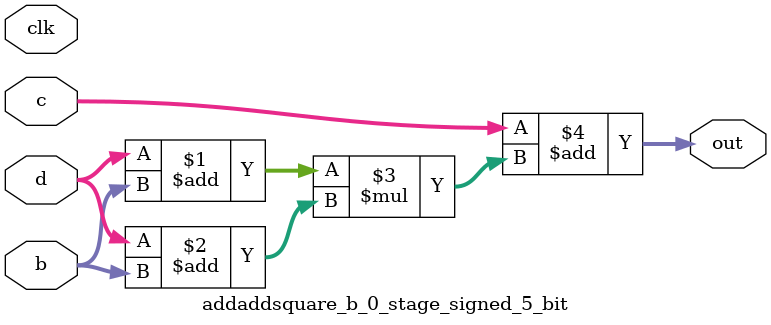
<source format=sv>
(* use_dsp = "yes" *) module addaddsquare_b_0_stage_signed_5_bit(
	input signed [4:0] b,
	input signed [4:0] c,
	input signed [4:0] d,
	output [4:0] out,
	input clk);

	assign out = c + ((d + b) * (d + b));
endmodule

</source>
